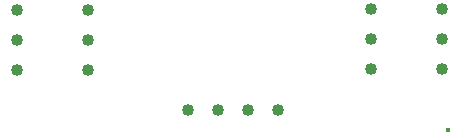
<source format=gbr>
G04 PROTEUS GERBER X2 FILE*
%TF.GenerationSoftware,Labcenter,Proteus,8.5-SP0-Build22067*%
%TF.CreationDate,2019-08-06T16:15:48+00:00*%
%TF.FileFunction,Plated,1,16,PTH*%
%TF.FilePolarity,Positive*%
%TF.Part,Single*%
%FSLAX45Y45*%
%MOMM*%
G01*
%TA.AperFunction,ComponentDrill*%
%ADD15C,1.016000*%
%ADD16C,0.381000*%
D15*
X-600000Y+1138000D03*
X-600000Y+1392000D03*
X-600000Y+1646000D03*
X+0Y+1646000D03*
X+0Y+1392000D03*
X+0Y+1138000D03*
X+2400000Y+1146000D03*
X+2400000Y+1400000D03*
X+2400000Y+1654000D03*
X+3000000Y+1654000D03*
X+3000000Y+1400000D03*
X+3000000Y+1146000D03*
X+851800Y+800200D03*
X+1105800Y+800200D03*
X+1359800Y+800200D03*
X+1613800Y+800200D03*
D16*
X+3045700Y+637300D03*
M02*

</source>
